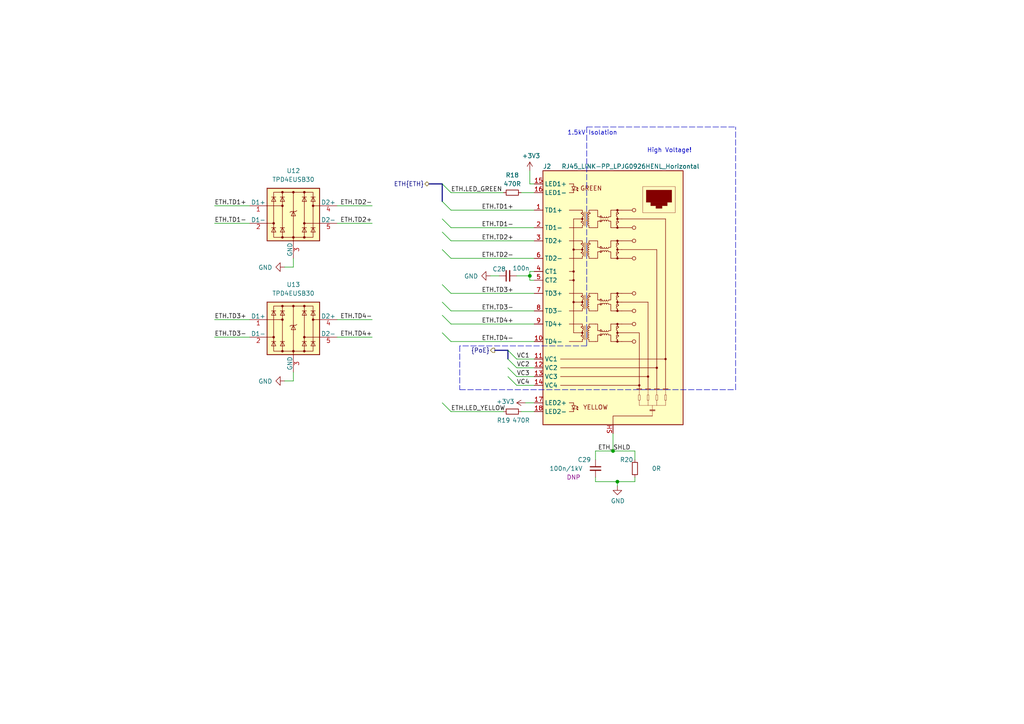
<source format=kicad_sch>
(kicad_sch (version 20210406) (generator eeschema)
  (paper "A4")
  (title_block (title "Ethernet") (date "2021-01-12") (rev "0.1") (company "Nabu Casa") (comment 1 "www.nabucasa.com") (comment 2 "Light Blue"))
  (lib_symbols
    (symbol "Device:C_Small" (pin_numbers hide) (pin_names (offset 0.254) hide)
      (property "Reference" "C" (at 0.254 1.778 0))
      (property "Value" "C_Small" (at 0.254 -2.032 0))
      (symbol "C_Small_0_1"
        (polyline (pts (xy -1.524 -0.508) (xy 1.524 -0.508)) (stroke (width 0.3302)))
        (polyline (pts (xy -1.524 0.508) (xy 1.524 0.508)) (stroke (width 0.3048)))
      )
      (symbol "C_Small_1_1"
        (pin passive line (at 0 2.54 270) (length 2.032) (name "~") (number "1"))
        (pin passive line (at 0 -2.54 90) (length 2.032) (name "~") (number "2"))
      )
    )
    (symbol "Device:R_Small" (pin_numbers hide) (pin_names (offset 0.254) hide)
      (property "Reference" "R" (at 0.762 0.508 0))
      (property "Value" "R_Small" (at 0.762 -1.016 0))
      (symbol "R_Small_0_1"
        (rectangle (start -0.762 1.778) (end 0.762 -1.778) (stroke (width 0.2032)))
      )
      (symbol "R_Small_1_1"
        (pin passive line (at 0 2.54 270) (length 0.762) (name "~") (number "1"))
        (pin passive line (at 0 -2.54 90) (length 0.762) (name "~") (number "2"))
      )
    )
    (symbol "LightBlue:RJ45_LINK-PP_LPJG0926HENL_Horizontal"
      (property "Reference" "J" (at -20.32 38.1 0))
      (property "Value" "RJ45_LINK-PP_LPJG0926HENL_Horizontal" (at 5.08 38.1 0))
      (symbol "RJ45_LINK-PP_LPJG0926HENL_Horizontal_0_0"
        (text "GREEN" (at -6.35 31.75 0) (effects (font (size 1.27 1.27))))
        (text "YELLOW" (at -5.08 -31.75 0) (effects (font (size 1.27 1.27))))
        (rectangle (start 7.366 -28.194) (end 7.874 -29.718) (stroke (width 0.0006)))
        (rectangle (start 8.636 32.258) (end 18.034 24.638) (stroke (width 0.0006)))
        (rectangle (start 9.906 -28.194) (end 10.414 -29.718) (stroke (width 0.0006)))
        (rectangle (start 12.446 -28.194) (end 12.954 -29.718) (stroke (width 0.0006)))
        (rectangle (start 14.986 -28.194) (end 15.494 -29.718) (stroke (width 0.0006)))
        (rectangle (start 9.652 31.242) (end 17.018 27.686) (stroke (width 0.0006)) (fill (type outline)))
        (rectangle (start 10.922 27.686) (end 15.748 26.67) (stroke (width 0.0006)) (fill (type outline)))
        (rectangle (start 12.446 26.67) (end 14.224 25.908) (stroke (width 0.0006)) (fill (type outline)))
        (polyline (pts (xy 7.62 -31.242) (xy 15.24 -31.242)) (stroke (width 0.0006)))
        (polyline (pts (xy 7.62 -29.718) (xy 7.62 -31.242)) (stroke (width 0.0006)))
        (polyline (pts (xy 7.62 -26.67) (xy 7.62 -28.194)) (stroke (width 0.0006)))
        (polyline (pts (xy 10.16 -29.718) (xy 10.16 -31.242)) (stroke (width 0.0006)))
        (polyline (pts (xy 10.16 -26.67) (xy 10.16 -28.194)) (stroke (width 0.0006)))
        (polyline (pts (xy 11.43 -34.29) (xy 11.43 -32.766)) (stroke (width 0.0006)))
        (polyline (pts (xy 11.43 -32.512) (xy 11.43 -31.242)) (stroke (width 0.0006)))
        (polyline (pts (xy 12.7 -29.718) (xy 12.7 -31.242)) (stroke (width 0.0006)))
        (polyline (pts (xy 12.7 -26.67) (xy 12.7 -28.194)) (stroke (width 0.0006)))
        (polyline (pts (xy 15.24 -29.718) (xy 15.24 -31.242)) (stroke (width 0.0006)))
        (polyline (pts (xy 15.24 -26.67) (xy 15.24 -28.194)) (stroke (width 0.0006)))
      )
      (symbol "RJ45_LINK-PP_LPJG0926HENL_Horizontal_0_1"
        (arc (start -8.89 -12.065) (end -8.89 -11.43) (radius (at -8.89 -11.7602) (length 0.3048) (angles -89.9 89.9)))
        (arc (start -8.89 -11.43) (end -8.89 -10.795) (radius (at -8.89 -11.1252) (length 0.3048) (angles -89.9 89.9)))
        (arc (start -8.89 -9.525) (end -8.89 -8.89) (radius (at -8.89 -9.2202) (length 0.3048) (angles -89.9 89.9)))
        (arc (start -8.89 -8.89) (end -8.89 -8.255) (radius (at -8.89 -8.5852) (length 0.3048) (angles -89.9 89.9)))
        (arc (start -8.89 -3.175) (end -8.89 -2.54) (radius (at -8.89 -2.8702) (length 0.3048) (angles -89.9 89.9)))
        (arc (start -8.89 -2.54) (end -8.89 -1.905) (radius (at -8.89 -2.2352) (length 0.3048) (angles -89.9 89.9)))
        (arc (start -8.89 -0.635) (end -8.89 0) (radius (at -8.89 -0.3302) (length 0.3048) (angles -89.9 89.9)))
        (arc (start -8.89 0) (end -8.89 0.635) (radius (at -8.89 0.3048) (length 0.3048) (angles -89.9 89.9)))
        (arc (start -8.89 12.065) (end -8.89 12.7) (radius (at -8.89 12.3698) (length 0.3048) (angles -89.9 89.9)))
        (arc (start -8.89 12.7) (end -8.89 13.335) (radius (at -8.89 13.0048) (length 0.3048) (angles -89.9 89.9)))
        (arc (start -8.89 14.605) (end -8.89 15.24) (radius (at -8.89 14.9098) (length 0.3048) (angles -89.9 89.9)))
        (arc (start -8.89 15.24) (end -8.89 15.875) (radius (at -8.89 15.5448) (length 0.3048) (angles -89.9 89.9)))
        (arc (start -8.89 20.955) (end -8.89 21.59) (radius (at -8.89 21.2598) (length 0.3048) (angles -89.9 89.9)))
        (arc (start -8.89 21.59) (end -8.89 22.225) (radius (at -8.89 21.8948) (length 0.3048) (angles -89.9 89.9)))
        (arc (start -8.89 23.495) (end -8.89 24.13) (radius (at -8.89 23.7998) (length 0.3048) (angles -89.9 89.9)))
        (arc (start -8.89 24.13) (end -8.89 24.765) (radius (at -8.89 24.4348) (length 0.3048) (angles -89.9 89.9)))
        (arc (start -6.985 -11.43) (end -6.985 -12.065) (radius (at -6.985 -11.7348) (length 0.3048) (angles 90.1 -90.1)))
        (arc (start -6.985 -10.795) (end -6.985 -11.43) (radius (at -6.985 -11.0998) (length 0.3048) (angles 90.1 -90.1)))
        (arc (start -6.985 -10.16) (end -6.985 -10.795) (radius (at -6.985 -10.4648) (length 0.3048) (angles 90.1 -90.1)))
        (arc (start -6.985 -9.525) (end -6.985 -10.16) (radius (at -6.985 -9.8298) (length 0.3048) (angles 90.1 -90.1)))
        (arc (start -6.985 -8.89) (end -6.985 -9.525) (radius (at -6.985 -9.1948) (length 0.3048) (angles 90.1 -90.1)))
        (arc (start -6.985 -8.255) (end -6.985 -8.89) (radius (at -6.985 -8.5598) (length 0.3048) (angles 90.1 -90.1)))
        (arc (start -6.985 -2.54) (end -6.985 -3.175) (radius (at -6.985 -2.8448) (length 0.3048) (angles 90.1 -90.1)))
        (arc (start -6.985 -1.905) (end -6.985 -2.54) (radius (at -6.985 -2.2098) (length 0.3048) (angles 90.1 -90.1)))
        (arc (start -6.985 -1.27) (end -6.985 -1.905) (radius (at -6.985 -1.5748) (length 0.3048) (angles 90.1 -90.1)))
        (arc (start -6.985 -0.635) (end -6.985 -1.27) (radius (at -6.985 -0.9398) (length 0.3048) (angles 90.1 -90.1)))
        (arc (start -6.985 0) (end -6.985 -0.635) (radius (at -6.985 -0.3048) (length 0.3048) (angles 90.1 -90.1)))
        (arc (start -6.985 0.635) (end -6.985 0) (radius (at -6.985 0.3302) (length 0.3048) (angles 90.1 -90.1)))
        (arc (start -6.985 12.7) (end -6.985 12.065) (radius (at -6.985 12.3952) (length 0.3048) (angles 90.1 -90.1)))
        (arc (start -6.985 13.335) (end -6.985 12.7) (radius (at -6.985 13.0302) (length 0.3048) (angles 90.1 -90.1)))
        (arc (start -6.985 13.97) (end -6.985 13.335) (radius (at -6.985 13.6652) (length 0.3048) (angles 90.1 -90.1)))
        (arc (start -6.985 14.605) (end -6.985 13.97) (radius (at -6.985 14.3002) (length 0.3048) (angles 90.1 -90.1)))
        (arc (start -6.985 15.24) (end -6.985 14.605) (radius (at -6.985 14.9352) (length 0.3048) (angles 90.1 -90.1)))
        (arc (start -6.985 15.875) (end -6.985 15.24) (radius (at -6.985 15.5702) (length 0.3048) (angles 90.1 -90.1)))
        (arc (start -6.985 21.59) (end -6.985 20.955) (radius (at -6.985 21.2852) (length 0.3048) (angles 90.1 -90.1)))
        (arc (start -6.985 22.225) (end -6.985 21.59) (radius (at -6.985 21.9202) (length 0.3048) (angles 90.1 -90.1)))
        (arc (start -6.985 22.86) (end -6.985 22.225) (radius (at -6.985 22.5552) (length 0.3048) (angles 90.1 -90.1)))
        (arc (start -6.985 23.495) (end -6.985 22.86) (radius (at -6.985 23.1902) (length 0.3048) (angles 90.1 -90.1)))
        (arc (start -6.985 24.13) (end -6.985 23.495) (radius (at -6.985 23.8252) (length 0.3048) (angles 90.1 -90.1)))
        (arc (start -6.985 24.765) (end -6.985 24.13) (radius (at -6.985 24.4602) (length 0.3048) (angles 90.1 -90.1)))
        (arc (start -3.81 -9.525) (end -3.175 -9.525) (radius (at -3.5052 -9.525) (length 0.3048) (angles -179.9 -0.1)))
        (arc (start -3.81 -0.635) (end -3.175 -0.635) (radius (at -3.5052 -0.635) (length 0.3048) (angles -179.9 -0.1)))
        (arc (start -3.81 14.605) (end -3.175 14.605) (radius (at -3.5052 14.605) (length 0.3048) (angles -179.9 -0.1)))
        (arc (start -3.81 23.495) (end -3.175 23.495) (radius (at -3.5052 23.495) (length 0.3048) (angles -179.9 -0.1)))
        (arc (start -3.175 -10.795) (end -3.81 -10.795) (radius (at -3.4798 -10.795) (length 0.3048) (angles 0.1 179.9)))
        (arc (start -3.175 -1.905) (end -3.81 -1.905) (radius (at -3.4798 -1.905) (length 0.3048) (angles 0.1 179.9)))
        (arc (start -3.175 13.335) (end -3.81 13.335) (radius (at -3.4798 13.335) (length 0.3048) (angles 0.1 179.9)))
        (arc (start -3.175 22.225) (end -3.81 22.225) (radius (at -3.4798 22.225) (length 0.3048) (angles 0.1 179.9)))
        (arc (start -3.175 -9.525) (end -2.54 -9.525) (radius (at -2.8702 -9.525) (length 0.3048) (angles -179.9 -0.1)))
        (arc (start -3.175 -0.635) (end -2.54 -0.635) (radius (at -2.8702 -0.635) (length 0.3048) (angles -179.9 -0.1)))
        (arc (start -3.175 14.605) (end -2.54 14.605) (radius (at -2.8702 14.605) (length 0.3048) (angles -179.9 -0.1)))
        (arc (start -3.175 23.495) (end -2.54 23.495) (radius (at -2.8702 23.495) (length 0.3048) (angles -179.9 -0.1)))
        (arc (start -2.54 -10.795) (end -3.175 -10.795) (radius (at -2.8448 -10.795) (length 0.3048) (angles 0.1 179.9)))
        (arc (start -2.54 -1.905) (end -3.175 -1.905) (radius (at -2.8448 -1.905) (length 0.3048) (angles 0.1 179.9)))
        (arc (start -2.54 13.335) (end -3.175 13.335) (radius (at -2.8448 13.335) (length 0.3048) (angles 0.1 179.9)))
        (arc (start -2.54 22.225) (end -3.175 22.225) (radius (at -2.8448 22.225) (length 0.3048) (angles 0.1 179.9)))
        (arc (start -2.54 -9.525) (end -1.905 -9.525) (radius (at -2.2352 -9.525) (length 0.3048) (angles -179.9 -0.1)))
        (arc (start -2.54 -0.635) (end -1.905 -0.635) (radius (at -2.2352 -0.635) (length 0.3048) (angles -179.9 -0.1)))
        (arc (start -2.54 14.605) (end -1.905 14.605) (radius (at -2.2352 14.605) (length 0.3048) (angles -179.9 -0.1)))
        (arc (start -2.54 23.495) (end -1.905 23.495) (radius (at -2.2352 23.495) (length 0.3048) (angles -179.9 -0.1)))
        (arc (start -1.905 -10.795) (end -2.54 -10.795) (radius (at -2.2098 -10.795) (length 0.3048) (angles 0.1 179.9)))
        (arc (start -1.905 -1.905) (end -2.54 -1.905) (radius (at -2.2098 -1.905) (length 0.3048) (angles 0.1 179.9)))
        (arc (start -1.905 13.335) (end -2.54 13.335) (radius (at -2.2098 13.335) (length 0.3048) (angles 0.1 179.9)))
        (arc (start -1.905 22.225) (end -2.54 22.225) (radius (at -2.2098 22.225) (length 0.3048) (angles 0.1 179.9)))
        (arc (start -1.905 -9.525) (end -1.27 -9.525) (radius (at -1.6002 -9.525) (length 0.3048) (angles -179.9 -0.1)))
        (arc (start -1.905 -0.635) (end -1.27 -0.635) (radius (at -1.6002 -0.635) (length 0.3048) (angles -179.9 -0.1)))
        (arc (start -1.905 14.605) (end -1.27 14.605) (radius (at -1.6002 14.605) (length 0.3048) (angles -179.9 -0.1)))
        (arc (start -1.905 23.495) (end -1.27 23.495) (radius (at -1.6002 23.495) (length 0.3048) (angles -179.9 -0.1)))
        (arc (start -1.27 -10.795) (end -1.905 -10.795) (radius (at -1.5748 -10.795) (length 0.3048) (angles 0.1 179.9)))
        (arc (start -1.27 -1.905) (end -1.905 -1.905) (radius (at -1.5748 -1.905) (length 0.3048) (angles 0.1 179.9)))
        (arc (start -1.27 13.335) (end -1.905 13.335) (radius (at -1.5748 13.335) (length 0.3048) (angles 0.1 179.9)))
        (arc (start -1.27 22.225) (end -1.905 22.225) (radius (at -1.5748 22.225) (length 0.3048) (angles 0.1 179.9)))
        (arc (start 1.27 -11.43) (end 1.27 -12.065) (radius (at 1.27 -11.7602) (length 0.3048) (angles 90.1 -90.1)))
        (arc (start 1.27 -10.795) (end 1.27 -11.43) (radius (at 1.27 -11.1252) (length 0.3048) (angles 90.1 -90.1)))
        (arc (start 1.27 -8.89) (end 1.27 -9.525) (radius (at 1.27 -9.2202) (length 0.3048) (angles 90.1 -90.1)))
        (arc (start 1.27 -8.255) (end 1.27 -8.89) (radius (at 1.27 -8.5852) (length 0.3048) (angles 90.1 -90.1)))
        (arc (start 1.27 -2.54) (end 1.27 -3.175) (radius (at 1.27 -2.8702) (length 0.3048) (angles 90.1 -90.1)))
        (arc (start 1.27 -1.905) (end 1.27 -2.54) (radius (at 1.27 -2.2352) (length 0.3048) (angles 90.1 -90.1)))
        (arc (start 1.27 0) (end 1.27 -0.635) (radius (at 1.27 -0.3302) (length 0.3048) (angles 90.1 -90.1)))
        (arc (start 1.27 0.635) (end 1.27 0) (radius (at 1.27 0.3048) (length 0.3048) (angles 90.1 -90.1)))
        (arc (start 1.27 12.7) (end 1.27 12.065) (radius (at 1.27 12.3698) (length 0.3048) (angles 90.1 -90.1)))
        (arc (start 1.27 13.335) (end 1.27 12.7) (radius (at 1.27 13.0048) (length 0.3048) (angles 90.1 -90.1)))
        (arc (start 1.27 15.24) (end 1.27 14.605) (radius (at 1.27 14.9098) (length 0.3048) (angles 90.1 -90.1)))
        (arc (start 1.27 15.875) (end 1.27 15.24) (radius (at 1.27 15.5448) (length 0.3048) (angles 90.1 -90.1)))
        (arc (start 1.27 21.59) (end 1.27 20.955) (radius (at 1.27 21.2598) (length 0.3048) (angles 90.1 -90.1)))
        (arc (start 1.27 22.225) (end 1.27 21.59) (radius (at 1.27 21.8948) (length 0.3048) (angles 90.1 -90.1)))
        (arc (start 1.27 24.13) (end 1.27 23.495) (radius (at 1.27 23.7998) (length 0.3048) (angles 90.1 -90.1)))
        (arc (start 1.27 24.765) (end 1.27 24.13) (radius (at 1.27 24.4348) (length 0.3048) (angles 90.1 -90.1)))
        (circle (center 6.096 -12.7) (radius 0.508))
        (circle (center 6.096 -7.62) (radius 0.508))
        (circle (center 6.096 -3.81) (radius 0.508))
        (circle (center 6.096 1.27) (radius 0.508))
        (circle (center 6.096 11.43) (radius 0.508))
        (circle (center 6.096 16.51) (radius 0.508))
        (circle (center 6.096 20.32) (radius 0.508))
        (circle (center 6.096 25.4) (radius 0.508))
        (circle (center -11.43 -1.27) (radius 0.254) (fill (type outline)))
        (circle (center -11.43 5.08) (radius 0.254) (fill (type outline)))
        (circle (center -11.43 7.62) (radius 0.254) (fill (type outline)))
        (circle (center -11.43 13.97) (radius 0.254) (fill (type outline)))
        (circle (center -9.144 -11.049) (radius 0.127) (fill (type outline)))
        (circle (center -9.144 -8.509) (radius 0.127) (fill (type outline)))
        (circle (center -9.144 -2.159) (radius 0.127) (fill (type outline)))
        (circle (center -9.144 0.381) (radius 0.127) (fill (type outline)))
        (circle (center -9.144 13.081) (radius 0.127) (fill (type outline)))
        (circle (center -9.144 15.621) (radius 0.127) (fill (type outline)))
        (circle (center -9.144 21.971) (radius 0.127) (fill (type outline)))
        (circle (center -9.144 24.511) (radius 0.127) (fill (type outline)))
        (circle (center -8.89 -10.16) (radius 0.254) (fill (type outline)))
        (circle (center -8.89 -1.27) (radius 0.254) (fill (type outline)))
        (circle (center -8.89 13.97) (radius 0.254) (fill (type outline)))
        (circle (center -8.89 22.86) (radius 0.254) (fill (type outline)))
        (circle (center -6.731 -8.509) (radius 0.127) (fill (type outline)))
        (circle (center -6.731 0.381) (radius 0.127) (fill (type outline)))
        (circle (center -6.731 15.621) (radius 0.127) (fill (type outline)))
        (circle (center -6.731 24.511) (radius 0.127) (fill (type outline)))
        (circle (center -3.5306 -10.8966) (radius 0.127) (fill (type outline)))
        (circle (center -3.5306 -9.3726) (radius 0.127) (fill (type outline)))
        (circle (center -3.5306 -2.0066) (radius 0.127) (fill (type outline)))
        (circle (center -3.5306 -0.4826) (radius 0.127) (fill (type outline)))
        (circle (center -3.5306 13.2334) (radius 0.127) (fill (type outline)))
        (circle (center -3.5306 14.7574) (radius 0.127) (fill (type outline)))
        (circle (center -3.5306 22.1234) (radius 0.127) (fill (type outline)))
        (circle (center -3.5306 23.6474) (radius 0.127) (fill (type outline)))
        (circle (center 1.27 -12.7) (radius 0.254) (fill (type outline)))
        (circle (center 1.27 -10.16) (radius 0.254) (fill (type outline)))
        (circle (center 1.27 -7.62) (radius 0.254) (fill (type outline)))
        (circle (center 1.27 -3.81) (radius 0.254) (fill (type outline)))
        (circle (center 1.27 -1.27) (radius 0.254) (fill (type outline)))
        (circle (center 1.27 1.27) (radius 0.254) (fill (type outline)))
        (circle (center 1.27 11.43) (radius 0.254) (fill (type outline)))
        (circle (center 1.27 13.97) (radius 0.254) (fill (type outline)))
        (circle (center 1.27 16.51) (radius 0.254) (fill (type outline)))
        (circle (center 1.27 20.32) (radius 0.254) (fill (type outline)))
        (circle (center 1.27 22.86) (radius 0.254) (fill (type outline)))
        (circle (center 1.27 25.4) (radius 0.254) (fill (type outline)))
        (circle (center 1.524 -11.049) (radius 0.127) (fill (type outline)))
        (circle (center 1.524 -8.509) (radius 0.127) (fill (type outline)))
        (circle (center 1.524 -2.159) (radius 0.127) (fill (type outline)))
        (circle (center 1.524 0.381) (radius 0.127) (fill (type outline)))
        (circle (center 1.524 13.081) (radius 0.127) (fill (type outline)))
        (circle (center 1.524 15.621) (radius 0.127) (fill (type outline)))
        (circle (center 1.524 21.971) (radius 0.127) (fill (type outline)))
        (circle (center 1.524 24.511) (radius 0.127) (fill (type outline)))
        (circle (center 7.62 -25.4) (radius 0.254) (fill (type outline)))
        (circle (center 10.16 -22.86) (radius 0.254) (fill (type outline)))
        (circle (center 12.7 -20.32) (radius 0.254) (fill (type outline)))
        (circle (center 15.24 -17.78) (radius 0.254) (fill (type outline)))
        (rectangle (start -20.32 36.83) (end 20.32 -36.83) (stroke (width 0.254)) (fill (type background)))
        (polyline (pts (xy -15.24 -25.4) (xy 7.62 -25.4)))
        (polyline (pts (xy -15.24 -22.86) (xy 10.16 -22.86)))
        (polyline (pts (xy -15.24 -20.32) (xy 12.7 -20.32)))
        (polyline (pts (xy -15.24 -17.78) (xy 15.24 -17.78)))
        (polyline (pts (xy -12.7 -12.7) (xy -8.89 -12.7)))
        (polyline (pts (xy -12.7 -7.62) (xy -8.89 -7.62)))
        (polyline (pts (xy -12.7 -3.81) (xy -8.89 -3.81)))
        (polyline (pts (xy -12.7 1.27) (xy -8.89 1.27)))
        (polyline (pts (xy -12.7 5.08) (xy -11.43 5.08)))
        (polyline (pts (xy -12.7 7.62) (xy -11.43 7.62)))
        (polyline (pts (xy -12.7 11.43) (xy -8.89 11.43)))
        (polyline (pts (xy -12.7 16.51) (xy -8.89 16.51)))
        (polyline (pts (xy -12.7 20.32) (xy -8.89 20.32)))
        (polyline (pts (xy -12.7 25.4) (xy -8.89 25.4)))
        (polyline (pts (xy -11.43 -10.16) (xy -11.43 22.86)))
        (polyline (pts (xy -11.43 -10.16) (xy -8.89 -10.16)))
        (polyline (pts (xy -11.43 -1.27) (xy -8.89 -1.27)))
        (polyline (pts (xy -11.43 13.97) (xy -8.89 13.97)))
        (polyline (pts (xy -11.43 22.86) (xy -8.89 22.86)))
        (polyline (pts (xy -8.89 -12.7) (xy -8.89 -12.065)))
        (polyline (pts (xy -8.89 -10.16) (xy -8.89 -10.795)))
        (polyline (pts (xy -8.89 -10.16) (xy -8.89 -9.525)))
        (polyline (pts (xy -8.89 -7.62) (xy -8.89 -8.255)))
        (polyline (pts (xy -8.89 -3.81) (xy -8.89 -3.175)))
        (polyline (pts (xy -8.89 -1.27) (xy -8.89 -1.905)))
        (polyline (pts (xy -8.89 -1.27) (xy -8.89 -0.635)))
        (polyline (pts (xy -8.89 1.27) (xy -8.89 0.635)))
        (polyline (pts (xy -8.89 11.43) (xy -8.89 12.065)))
        (polyline (pts (xy -8.89 13.97) (xy -8.89 13.335)))
        (polyline (pts (xy -8.89 13.97) (xy -8.89 14.605)))
        (polyline (pts (xy -8.89 16.51) (xy -8.89 15.875)))
        (polyline (pts (xy -8.89 20.32) (xy -8.89 20.955)))
        (polyline (pts (xy -8.89 22.86) (xy -8.89 22.225)))
        (polyline (pts (xy -8.89 22.86) (xy -8.89 23.495)))
        (polyline (pts (xy -8.89 25.4) (xy -8.89 24.765)))
        (polyline (pts (xy -8.128 -12.192) (xy -8.128 -8.128)))
        (polyline (pts (xy -8.128 -3.302) (xy -8.128 0.762)))
        (polyline (pts (xy -8.128 11.938) (xy -8.128 16.002)))
        (polyline (pts (xy -8.128 20.828) (xy -8.128 24.892)))
        (polyline (pts (xy -7.62 -12.192) (xy -7.62 -8.128)))
        (polyline (pts (xy -7.62 -3.302) (xy -7.62 0.762)))
        (polyline (pts (xy -7.62 11.938) (xy -7.62 16.002)))
        (polyline (pts (xy -7.62 20.828) (xy -7.62 24.892)))
        (polyline (pts (xy -4.445 -9.525) (xy -3.81 -9.525)))
        (polyline (pts (xy -4.445 -0.635) (xy -3.81 -0.635)))
        (polyline (pts (xy -4.445 14.605) (xy -3.81 14.605)))
        (polyline (pts (xy -4.445 23.495) (xy -3.81 23.495)))
        (polyline (pts (xy -0.635 -12.7) (xy 0.635 -12.7)))
        (polyline (pts (xy -0.635 -7.62) (xy 0.635 -7.62)))
        (polyline (pts (xy -0.635 -3.81) (xy 0.635 -3.81)))
        (polyline (pts (xy -0.635 1.27) (xy 0.635 1.27)))
        (polyline (pts (xy -0.635 11.43) (xy 0.635 11.43)))
        (polyline (pts (xy -0.635 16.51) (xy 0.635 16.51)))
        (polyline (pts (xy -0.635 20.32) (xy 0.635 20.32)))
        (polyline (pts (xy -0.635 25.4) (xy 0.635 25.4)))
        (polyline (pts (xy 1.27 -12.7) (xy 1.27 -12.065)))
        (polyline (pts (xy 1.27 -10.16) (xy 1.27 -10.795)))
        (polyline (pts (xy 1.27 -10.16) (xy 1.27 -9.525)))
        (polyline (pts (xy 1.27 -7.62) (xy 1.27 -8.255)))
        (polyline (pts (xy 1.27 -3.81) (xy 1.27 -3.175)))
        (polyline (pts (xy 1.27 -1.27) (xy 1.27 -1.905)))
        (polyline (pts (xy 1.27 -1.27) (xy 1.27 -0.635)))
        (polyline (pts (xy 1.27 1.27) (xy 1.27 0.635)))
        (polyline (pts (xy 1.27 11.43) (xy 1.27 12.065)))
        (polyline (pts (xy 1.27 13.97) (xy 1.27 13.335)))
        (polyline (pts (xy 1.27 13.97) (xy 1.27 14.605)))
        (polyline (pts (xy 1.27 16.51) (xy 1.27 15.875)))
        (polyline (pts (xy 1.27 20.32) (xy 1.27 20.955)))
        (polyline (pts (xy 1.27 22.86) (xy 1.27 22.225)))
        (polyline (pts (xy 1.27 22.86) (xy 1.27 23.495)))
        (polyline (pts (xy 1.27 25.4) (xy 1.27 24.765)))
        (polyline (pts (xy 2.54 -12.7) (xy 1.27 -12.7)))
        (polyline (pts (xy 2.54 -12.7) (xy 5.588 -12.7)))
        (polyline (pts (xy 2.54 -10.16) (xy 1.27 -10.16)))
        (polyline (pts (xy 2.54 -10.16) (xy 7.62 -10.16)))
        (polyline (pts (xy 2.54 -7.62) (xy 1.27 -7.62)))
        (polyline (pts (xy 2.54 -7.62) (xy 5.588 -7.62)))
        (polyline (pts (xy 2.54 -3.81) (xy 1.27 -3.81)))
        (polyline (pts (xy 2.54 -3.81) (xy 5.588 -3.81)))
        (polyline (pts (xy 2.54 -1.27) (xy 1.27 -1.27)))
        (polyline (pts (xy 2.54 -1.27) (xy 10.16 -1.27)))
        (polyline (pts (xy 2.54 1.27) (xy 1.27 1.27)))
        (polyline (pts (xy 2.54 1.27) (xy 5.588 1.27)))
        (polyline (pts (xy 2.54 11.43) (xy 1.27 11.43)))
        (polyline (pts (xy 2.54 11.43) (xy 5.588 11.43)))
        (polyline (pts (xy 2.54 13.97) (xy 1.27 13.97)))
        (polyline (pts (xy 2.54 13.97) (xy 12.7 13.97)))
        (polyline (pts (xy 2.54 16.51) (xy 1.27 16.51)))
        (polyline (pts (xy 2.54 16.51) (xy 5.588 16.51)))
        (polyline (pts (xy 2.54 20.32) (xy 1.27 20.32)))
        (polyline (pts (xy 2.54 20.32) (xy 5.588 20.32)))
        (polyline (pts (xy 2.54 22.86) (xy 1.27 22.86)))
        (polyline (pts (xy 2.54 25.4) (xy 1.27 25.4)))
        (polyline (pts (xy 2.54 25.4) (xy 5.588 25.4)))
        (polyline (pts (xy 7.62 -26.416) (xy 7.62 -10.16)))
        (polyline (pts (xy 8.382 -26.67) (xy 6.858 -26.67)))
        (polyline (pts (xy 8.382 -26.416) (xy 6.858 -26.416)))
        (polyline (pts (xy 10.16 -26.416) (xy 10.16 -1.27)))
        (polyline (pts (xy 10.922 -26.67) (xy 9.398 -26.67)))
        (polyline (pts (xy 10.922 -26.416) (xy 9.398 -26.416)))
        (polyline (pts (xy 12.192 -32.766) (xy 10.668 -32.766)))
        (polyline (pts (xy 12.192 -32.512) (xy 10.668 -32.512)))
        (polyline (pts (xy 12.7 -26.416) (xy 12.7 13.97)))
        (polyline (pts (xy 13.462 -26.67) (xy 11.938 -26.67)))
        (polyline (pts (xy 13.462 -26.416) (xy 11.938 -26.416)))
        (polyline (pts (xy 15.24 -26.416) (xy 15.24 22.86)))
        (polyline (pts (xy 15.24 22.86) (xy 2.54 22.86)))
        (polyline (pts (xy 16.002 -26.67) (xy 14.478 -26.67)))
        (polyline (pts (xy 16.002 -26.416) (xy 14.478 -26.416)))
        (polyline (pts (xy -6.985 -12.065) (xy -6.985 -12.7) (xy -5.08 -12.7)))
        (polyline (pts (xy -6.985 -8.255) (xy -6.985 -7.62) (xy -5.08 -7.62)))
        (polyline (pts (xy -6.985 -3.175) (xy -6.985 -3.81) (xy -5.08 -3.81)))
        (polyline (pts (xy -6.985 0.635) (xy -6.985 1.27) (xy -5.08 1.27)))
        (polyline (pts (xy -6.985 12.065) (xy -6.985 11.43) (xy -5.08 11.43)))
        (polyline (pts (xy -6.985 15.875) (xy -6.985 16.51) (xy -5.08 16.51)))
        (polyline (pts (xy -6.985 20.955) (xy -6.985 20.32) (xy -5.08 20.32)))
        (polyline (pts (xy -6.985 24.765) (xy -6.985 25.4) (xy -5.08 25.4)))
        (polyline (pts (xy -5.08 -7.62) (xy -4.445 -7.62) (xy -4.445 -9.525)))
        (polyline (pts (xy -5.08 1.27) (xy -4.445 1.27) (xy -4.445 -0.635)))
        (polyline (pts (xy -5.08 16.51) (xy -4.445 16.51) (xy -4.445 14.605)))
        (polyline (pts (xy -5.08 25.4) (xy -4.445 25.4) (xy -4.445 23.495)))
        (polyline (pts (xy -1.27 -10.795) (xy -0.635 -10.795) (xy -0.635 -12.7)))
        (polyline (pts (xy -1.27 -9.525) (xy -0.635 -9.525) (xy -0.635 -7.62)))
        (polyline (pts (xy -1.27 -1.905) (xy -0.635 -1.905) (xy -0.635 -3.81)))
        (polyline (pts (xy -1.27 -0.635) (xy -0.635 -0.635) (xy -0.635 1.27)))
        (polyline (pts (xy -1.27 13.335) (xy -0.635 13.335) (xy -0.635 11.43)))
        (polyline (pts (xy -1.27 14.605) (xy -0.635 14.605) (xy -0.635 16.51)))
        (polyline (pts (xy -1.27 22.225) (xy -0.635 22.225) (xy -0.635 20.32)))
        (polyline (pts (xy -1.27 23.495) (xy -0.635 23.495) (xy -0.635 25.4)))
        (polyline (pts (xy 0.635 -12.7) (xy 1.27 -12.7) (xy 1.27 -12.065)))
        (polyline (pts (xy 0.635 -7.62) (xy 1.27 -7.62) (xy 1.27 -8.255)))
        (polyline (pts (xy 0.635 -3.81) (xy 1.27 -3.81) (xy 1.27 -3.175)))
        (polyline (pts (xy 0.635 1.27) (xy 1.27 1.27) (xy 1.27 0.635)))
        (polyline (pts (xy 0.635 11.43) (xy 1.27 11.43) (xy 1.27 12.065)))
        (polyline (pts (xy 0.635 16.51) (xy 1.27 16.51) (xy 1.27 15.875)))
        (polyline (pts (xy 0.635 20.32) (xy 1.27 20.32) (xy 1.27 20.955)))
        (polyline (pts (xy 0.635 25.4) (xy 1.27 25.4) (xy 1.27 24.765)))
        (polyline (pts (xy 11.43 -34.29) (xy 0 -34.29) (xy 0 -36.83)))
        (polyline (pts (xy -5.08 -12.7) (xy -4.445 -12.7) (xy -4.445 -10.795) (xy -3.81 -10.795)))
        (polyline (pts (xy -5.08 -3.81) (xy -4.445 -3.81) (xy -4.445 -1.905) (xy -3.81 -1.905)))
        (polyline (pts (xy -5.08 11.43) (xy -4.445 11.43) (xy -4.445 13.335) (xy -3.81 13.335)))
        (polyline (pts (xy -5.08 20.32) (xy -4.445 20.32) (xy -4.445 22.225) (xy -3.81 22.225)))
      )
      (symbol "RJ45_LINK-PP_LPJG0926HENL_Horizontal_1_1"
        (polyline (pts (xy -12.7 -33.02) (xy -11.43 -33.02)))
        (polyline (pts (xy -12.7 -30.48) (xy -11.43 -30.48)))
        (polyline (pts (xy -12.7 30.48) (xy -11.43 30.48)))
        (polyline (pts (xy -12.7 33.02) (xy -11.43 33.02)))
        (polyline (pts (xy -11.938 -32.258) (xy -10.922 -32.258)))
        (polyline (pts (xy -11.938 31.242) (xy -10.922 31.242)))
        (polyline (pts (xy -11.43 -33.02) (xy -11.43 -32.258)))
        (polyline (pts (xy -11.43 -30.48) (xy -11.43 -31.242)))
        (polyline (pts (xy -11.43 30.48) (xy -11.43 31.242)))
        (polyline (pts (xy -11.43 33.02) (xy -11.43 32.258)))
        (polyline (pts (xy -10.16 -32.512) (xy -10.287 -32.131)))
        (polyline (pts (xy -10.16 -31.877) (xy -10.287 -31.496)))
        (polyline (pts (xy -10.16 30.988) (xy -10.287 31.369)))
        (polyline (pts (xy -10.16 31.623) (xy -10.287 32.004)))
        (polyline (pts (xy -10.668 -32.004) (xy -10.16 -32.512) (xy -10.541 -32.385)))
        (polyline (pts (xy -10.668 -31.369) (xy -10.16 -31.877) (xy -10.541 -31.75)))
        (polyline (pts (xy -10.668 31.496) (xy -10.16 30.988) (xy -10.541 31.115)))
        (polyline (pts (xy -10.668 32.131) (xy -10.16 31.623) (xy -10.541 31.75)))
        (polyline (pts (xy -11.43 -32.258) (xy -11.938 -31.242) (xy -10.922 -31.242) (xy -11.43 -32.258)))
        (polyline (pts (xy -11.43 31.242) (xy -11.938 32.258) (xy -10.922 32.258) (xy -11.43 31.242)))
        (pin passive line (at -22.86 25.4 0) (length 2.54) (name "TD1+") (number "1"))
        (pin passive line (at -22.86 -12.7 0) (length 2.54) (name "TD4-") (number "10"))
        (pin passive line (at -22.86 -17.78 0) (length 2.54) (name "VC1") (number "11"))
        (pin passive line (at -22.86 -20.32 0) (length 2.54) (name "VC2") (number "12"))
        (pin passive line (at -22.86 -22.86 0) (length 2.54) (name "VC3") (number "13"))
        (pin passive line (at -22.86 -25.4 0) (length 2.54) (name "VC4") (number "14"))
        (pin passive line (at -22.86 33.02 0) (length 2.54) (name "LED1+") (number "15"))
        (pin passive line (at -22.86 30.48 0) (length 2.54) (name "LED1-") (number "16"))
        (pin passive line (at -22.86 -30.48 0) (length 2.54) (name "LED2+") (number "17"))
        (pin passive line (at -22.86 -33.02 0) (length 2.54) (name "LED2-") (number "18"))
        (pin passive line (at -22.86 20.32 0) (length 2.54) (name "TD1-") (number "2"))
        (pin passive line (at -22.86 16.51 0) (length 2.54) (name "TD2+") (number "3"))
        (pin passive line (at -22.86 7.62 0) (length 2.54) (name "CT1") (number "4"))
        (pin passive line (at -22.86 5.08 0) (length 2.54) (name "CT2") (number "5"))
        (pin passive line (at -22.86 11.43 0) (length 2.54) (name "TD2-") (number "6"))
        (pin passive line (at -22.86 1.27 0) (length 2.54) (name "TD3+") (number "7"))
        (pin passive line (at -22.86 -3.81 0) (length 2.54) (name "TD3-") (number "8"))
        (pin passive line (at -22.86 -7.62 0) (length 2.54) (name "TD4+") (number "9"))
        (pin passive line (at 0 -39.37 90) (length 2.54) (name "~") (number "SH"))
      )
    )
    (symbol "LightBlue:TPD4EUSB30" (pin_names (offset 0))
      (property "Reference" "U" (at -0.635 8.89 0))
      (property "Value" "TPD4EUSB30" (at 8.89 -10.16 0))
      (symbol "TPD4EUSB30_0_0"
        (rectangle (start -5.715 6.477) (end 5.715 -6.604))
        (polyline (pts (xy -3.175 -6.604) (xy -3.175 6.477)))
        (polyline (pts (xy 0 6.477) (xy 0 -6.604)))
        (polyline (pts (xy 3.175 6.477) (xy 3.175 -6.604)))
      )
      (symbol "TPD4EUSB30_0_1"
        (circle (center -5.715 -2.54) (radius 0.2794) (fill (type outline)))
        (circle (center -3.175 -6.604) (radius 0.2794) (fill (type outline)))
        (circle (center -3.175 2.54) (radius 0.2794) (fill (type outline)))
        (circle (center -3.175 6.477) (radius 0.2794) (fill (type outline)))
        (circle (center 0 -6.604) (radius 0.2794) (fill (type outline)))
        (circle (center 0 6.477) (radius 0.2794) (fill (type outline)))
        (circle (center 3.175 -6.604) (radius 0.2794) (fill (type outline)))
        (circle (center 3.175 -2.54) (radius 0.2794) (fill (type outline)))
        (circle (center 3.175 6.477) (radius 0.2794) (fill (type outline)))
        (circle (center 5.715 2.54) (radius 0.2794) (fill (type outline)))
        (rectangle (start -7.62 7.62) (end 7.62 -7.62) (stroke (width 0.254)) (fill (type background)))
        (polyline (pts (xy -7.747 2.54) (xy -3.175 2.54)))
        (polyline (pts (xy -7.62 -2.54) (xy -5.715 -2.54)))
        (polyline (pts (xy -5.08 -3.81) (xy -6.35 -3.81)))
        (polyline (pts (xy -5.08 5.08) (xy -6.35 5.08)))
        (polyline (pts (xy -2.54 -3.81) (xy -3.81 -3.81)))
        (polyline (pts (xy -2.54 5.08) (xy -3.81 5.08)))
        (polyline (pts (xy -0.635 0.889) (xy -1.016 0.635)))
        (polyline (pts (xy 0 -6.604) (xy 0 -7.62)))
        (polyline (pts (xy 0.635 0.889) (xy -0.635 0.889)))
        (polyline (pts (xy 0.635 0.889) (xy 1.016 1.143)))
        (polyline (pts (xy 3.81 -3.81) (xy 2.54 -3.81)))
        (polyline (pts (xy 3.81 5.08) (xy 2.54 5.08)))
        (polyline (pts (xy 6.35 -3.81) (xy 5.08 -3.81)))
        (polyline (pts (xy 6.35 5.08) (xy 5.08 5.08)))
        (polyline (pts (xy 7.62 -2.54) (xy 3.175 -2.54)))
        (polyline (pts (xy 7.62 2.54) (xy 5.715 2.54)))
        (polyline (pts (xy -5.08 -5.08) (xy -6.35 -5.08) (xy -5.715 -3.81) (xy -5.08 -5.08)))
        (polyline (pts (xy -5.08 3.81) (xy -6.35 3.81) (xy -5.715 5.08) (xy -5.08 3.81)))
        (polyline (pts (xy -2.54 -5.08) (xy -3.81 -5.08) (xy -3.175 -3.81) (xy -2.54 -5.08)))
        (polyline (pts (xy -2.54 3.81) (xy -3.81 3.81) (xy -3.175 5.08) (xy -2.54 3.81)))
        (polyline (pts (xy 0.635 -0.381) (xy -0.635 -0.381) (xy 0 0.889) (xy 0.635 -0.381)))
        (polyline (pts (xy 3.81 -5.08) (xy 2.54 -5.08) (xy 3.175 -3.81) (xy 3.81 -5.08)))
        (polyline (pts (xy 3.81 3.81) (xy 2.54 3.81) (xy 3.175 5.08) (xy 3.81 3.81)))
        (polyline (pts (xy 6.35 -5.08) (xy 5.08 -5.08) (xy 5.715 -3.81) (xy 6.35 -5.08)))
        (polyline (pts (xy 6.35 3.81) (xy 5.08 3.81) (xy 5.715 5.08) (xy 6.35 3.81)))
      )
      (symbol "TPD4EUSB30_1_1"
        (pin passive line (at -12.7 2.54 0) (length 5.08) (name "D1+") (number "1"))
        (pin passive line (at -12.7 2.54 0) (length 5.08) hide (name "D1+") (number "10"))
        (pin passive line (at -12.7 -2.54 0) (length 5.08) (name "D1-") (number "2"))
        (pin power_in line (at 0 -12.7 90) (length 5.08) (name "GND") (number "3"))
        (pin passive line (at 12.7 2.54 180) (length 5.08) (name "D2+") (number "4"))
        (pin passive line (at 12.7 -2.54 180) (length 5.08) (name "D2-") (number "5"))
        (pin passive line (at 12.7 -2.54 180) (length 5.08) hide (name "D2-") (number "6"))
        (pin passive line (at 12.7 2.54 180) (length 5.08) hide (name "D2+") (number "7"))
        (pin passive line (at 0 -12.7 90) (length 5.08) hide (name "GND") (number "8"))
        (pin passive line (at -12.7 -2.54 0) (length 5.08) hide (name "D1-") (number "9"))
      )
    )
    (symbol "Power_Protection:TPD4EUSB30_1" (pin_names (offset 0))
      (property "Reference" "U" (at -0.635 8.89 0))
      (property "Value" "TPD4EUSB30" (at 8.89 -10.16 0))
      (symbol "TPD4EUSB30_1_0_0"
        (rectangle (start -5.715 6.477) (end 5.715 -6.604))
        (polyline (pts (xy -3.175 -6.604) (xy -3.175 6.477)))
        (polyline (pts (xy 0 6.477) (xy 0 -6.604)))
        (polyline (pts (xy 3.175 6.477) (xy 3.175 -6.604)))
      )
      (symbol "TPD4EUSB30_1_0_1"
        (circle (center -5.715 -2.54) (radius 0.2794) (fill (type outline)))
        (circle (center -3.175 -6.604) (radius 0.2794) (fill (type outline)))
        (circle (center -3.175 2.54) (radius 0.2794) (fill (type outline)))
        (circle (center -3.175 6.477) (radius 0.2794) (fill (type outline)))
        (circle (center 0 -6.604) (radius 0.2794) (fill (type outline)))
        (circle (center 0 6.477) (radius 0.2794) (fill (type outline)))
        (circle (center 3.175 -6.604) (radius 0.2794) (fill (type outline)))
        (circle (center 3.175 -2.54) (radius 0.2794) (fill (type outline)))
        (circle (center 3.175 6.477) (radius 0.2794) (fill (type outline)))
        (circle (center 5.715 2.54) (radius 0.2794) (fill (type outline)))
        (rectangle (start -7.62 7.62) (end 7.62 -7.62) (stroke (width 0.254)) (fill (type background)))
        (polyline (pts (xy -7.747 2.54) (xy -3.175 2.54)))
        (polyline (pts (xy -7.62 -2.54) (xy -5.715 -2.54)))
        (polyline (pts (xy -5.08 -3.81) (xy -6.35 -3.81)))
        (polyline (pts (xy -5.08 5.08) (xy -6.35 5.08)))
        (polyline (pts (xy -2.54 -3.81) (xy -3.81 -3.81)))
        (polyline (pts (xy -2.54 5.08) (xy -3.81 5.08)))
        (polyline (pts (xy -0.635 0.889) (xy -1.016 0.635)))
        (polyline (pts (xy 0 -6.604) (xy 0 -7.62)))
        (polyline (pts (xy 0.635 0.889) (xy -0.635 0.889)))
        (polyline (pts (xy 0.635 0.889) (xy 1.016 1.143)))
        (polyline (pts (xy 3.81 -3.81) (xy 2.54 -3.81)))
        (polyline (pts (xy 3.81 5.08) (xy 2.54 5.08)))
        (polyline (pts (xy 6.35 -3.81) (xy 5.08 -3.81)))
        (polyline (pts (xy 6.35 5.08) (xy 5.08 5.08)))
        (polyline (pts (xy 7.62 -2.54) (xy 3.175 -2.54)))
        (polyline (pts (xy 7.62 2.54) (xy 5.715 2.54)))
        (polyline (pts (xy -5.08 -5.08) (xy -6.35 -5.08) (xy -5.715 -3.81) (xy -5.08 -5.08)))
        (polyline (pts (xy -5.08 3.81) (xy -6.35 3.81) (xy -5.715 5.08) (xy -5.08 3.81)))
        (polyline (pts (xy -2.54 -5.08) (xy -3.81 -5.08) (xy -3.175 -3.81) (xy -2.54 -5.08)))
        (polyline (pts (xy -2.54 3.81) (xy -3.81 3.81) (xy -3.175 5.08) (xy -2.54 3.81)))
        (polyline (pts (xy 0.635 -0.381) (xy -0.635 -0.381) (xy 0 0.889) (xy 0.635 -0.381)))
        (polyline (pts (xy 3.81 -5.08) (xy 2.54 -5.08) (xy 3.175 -3.81) (xy 3.81 -5.08)))
        (polyline (pts (xy 3.81 3.81) (xy 2.54 3.81) (xy 3.175 5.08) (xy 3.81 3.81)))
        (polyline (pts (xy 6.35 -5.08) (xy 5.08 -5.08) (xy 5.715 -3.81) (xy 6.35 -5.08)))
        (polyline (pts (xy 6.35 3.81) (xy 5.08 3.81) (xy 5.715 5.08) (xy 6.35 3.81)))
      )
      (symbol "TPD4EUSB30_1_1_1"
        (pin passive line (at -12.7 2.54 0) (length 5.08) (name "D1+") (number "1"))
        (pin passive line (at -12.7 2.54 0) (length 5.08) hide (name "D1+") (number "10"))
        (pin passive line (at -12.7 -2.54 0) (length 5.08) (name "D1-") (number "2"))
        (pin power_in line (at 0 -12.7 90) (length 5.08) (name "GND") (number "3"))
        (pin passive line (at 12.7 2.54 180) (length 5.08) (name "D2+") (number "4"))
        (pin passive line (at 12.7 -2.54 180) (length 5.08) (name "D2-") (number "5"))
        (pin passive line (at 12.7 -2.54 180) (length 5.08) hide (name "D2-") (number "6"))
        (pin passive line (at 12.7 2.54 180) (length 5.08) hide (name "D2+") (number "7"))
        (pin passive line (at 0 -12.7 90) (length 5.08) hide (name "GND") (number "8"))
        (pin passive line (at -12.7 -2.54 0) (length 5.08) hide (name "D1-") (number "9"))
      )
    )
    (symbol "power:+3V3" (power) (pin_names (offset 0))
      (property "Value" "+3V3" (at 0 3.556 0))
      (symbol "+3V3_0_1"
        (polyline (pts (xy -0.762 1.27) (xy 0 2.54)))
        (polyline (pts (xy 0 0) (xy 0 2.54)))
        (polyline (pts (xy 0 2.54) (xy 0.762 1.27)))
      )
      (symbol "+3V3_1_1"
        (pin power_in line (at 0 0 90) (length 0) hide (name "+3V3") (number "1"))
      )
    )
    (symbol "power:GND" (power) (pin_names (offset 0))
      (property "Value" "GND" (at 0 -3.81 0))
      (symbol "GND_0_1"
        (polyline (pts (xy 0 0) (xy 0 -1.27) (xy 1.27 -1.27) (xy 0 -2.54) (xy -1.27 -1.27) (xy 0 -1.27)))
      )
      (symbol "GND_1_1"
        (pin power_in line (at 0 0 270) (length 0) hide (name "GND") (number "1"))
      )
    )
  )
  (bus_alias "ETH" (members "TD1+" "TD1-" "TD2+" "TD2-" "TD3+" "TD3-" "TD4+" "TD4-" "LED_YELLOW" "LED_GREEN"))
  (bus_alias "PoE" (members "VC1" "VC2" "VC3" "VC4"))
  (junction (at 153.67 80.01) (diameter 0.9144))
  (junction (at 177.8 130.81) (diameter 0.9144))
  (junction (at 179.07 139.7) (diameter 0.9144))
  (bus_entry (at 128.27 53.34) (size 2.54 2.54) (stroke (width 0.1524)))
  (bus_entry (at 128.27 58.42) (size 2.54 2.54) (stroke (width 0.1524)))
  (bus_entry (at 128.27 63.5) (size 2.54 2.54) (stroke (width 0.1524)))
  (bus_entry (at 128.27 67.31) (size 2.54 2.54) (stroke (width 0.1524)))
  (bus_entry (at 128.27 72.39) (size 2.54 2.54) (stroke (width 0.1524)))
  (bus_entry (at 128.27 82.55) (size 2.54 2.54) (stroke (width 0.1524)))
  (bus_entry (at 128.27 87.63) (size 2.54 2.54) (stroke (width 0.1524)))
  (bus_entry (at 128.27 91.44) (size 2.54 2.54) (stroke (width 0.1524)))
  (bus_entry (at 128.27 96.52) (size 2.54 2.54) (stroke (width 0.1524)))
  (bus_entry (at 128.27 116.84) (size 2.54 2.54) (stroke (width 0.1524)))
  (bus_entry (at 149.86 104.14) (size -2.54 -2.54) (stroke (width 0.1524)))
  (bus_entry (at 149.86 106.68) (size -2.54 -2.54) (stroke (width 0.1524)))
  (bus_entry (at 149.86 109.22) (size -2.54 -2.54) (stroke (width 0.1524)))
  (bus_entry (at 149.86 111.76) (size -2.54 -2.54) (stroke (width 0.1524)))
  (wire (pts (xy 62.23 59.69) (xy 72.39 59.69)))
  (wire (pts (xy 62.23 64.77) (xy 72.39 64.77)))
  (wire (pts (xy 62.23 92.71) (xy 72.39 92.71)))
  (wire (pts (xy 62.23 97.79) (xy 72.39 97.79)))
  (wire (pts (xy 85.09 74.93) (xy 85.09 77.47)))
  (wire (pts (xy 85.09 77.47) (xy 82.55 77.47)))
  (wire (pts (xy 85.09 107.95) (xy 85.09 110.49)))
  (wire (pts (xy 85.09 110.49) (xy 82.55 110.49)))
  (wire (pts (xy 97.79 59.69) (xy 107.95 59.69)))
  (wire (pts (xy 97.79 64.77) (xy 107.95 64.77)))
  (wire (pts (xy 97.79 92.71) (xy 107.95 92.71)))
  (wire (pts (xy 97.79 97.79) (xy 107.95 97.79)))
  (wire (pts (xy 130.81 55.88) (xy 146.05 55.88)))
  (wire (pts (xy 130.81 60.96) (xy 154.94 60.96)))
  (wire (pts (xy 130.81 66.04) (xy 154.94 66.04)))
  (wire (pts (xy 130.81 69.85) (xy 154.94 69.85)))
  (wire (pts (xy 130.81 74.93) (xy 154.94 74.93)))
  (wire (pts (xy 130.81 85.09) (xy 154.94 85.09)))
  (wire (pts (xy 130.81 90.17) (xy 154.94 90.17)))
  (wire (pts (xy 130.81 93.98) (xy 154.94 93.98)))
  (wire (pts (xy 130.81 99.06) (xy 154.94 99.06)))
  (wire (pts (xy 130.81 119.38) (xy 146.05 119.38)))
  (wire (pts (xy 142.24 80.01) (xy 144.78 80.01)))
  (wire (pts (xy 149.86 80.01) (xy 153.67 80.01)))
  (wire (pts (xy 149.86 104.14) (xy 154.94 104.14)))
  (wire (pts (xy 149.86 106.68) (xy 154.94 106.68)))
  (wire (pts (xy 149.86 109.22) (xy 154.94 109.22)))
  (wire (pts (xy 149.86 111.76) (xy 154.94 111.76)))
  (wire (pts (xy 151.13 55.88) (xy 154.94 55.88)))
  (wire (pts (xy 151.13 119.38) (xy 154.94 119.38)))
  (wire (pts (xy 152.4 116.84) (xy 154.94 116.84)))
  (wire (pts (xy 153.67 53.34) (xy 153.67 49.53)))
  (wire (pts (xy 153.67 78.74) (xy 153.67 80.01)))
  (wire (pts (xy 153.67 80.01) (xy 153.67 81.28)))
  (wire (pts (xy 153.67 81.28) (xy 154.94 81.28)))
  (wire (pts (xy 154.94 53.34) (xy 153.67 53.34)))
  (wire (pts (xy 154.94 78.74) (xy 153.67 78.74)))
  (wire (pts (xy 172.72 130.81) (xy 172.72 133.35)))
  (wire (pts (xy 172.72 138.43) (xy 172.72 139.7)))
  (wire (pts (xy 172.72 139.7) (xy 179.07 139.7)))
  (wire (pts (xy 177.8 125.73) (xy 177.8 130.81)))
  (wire (pts (xy 177.8 130.81) (xy 172.72 130.81)))
  (wire (pts (xy 179.07 139.7) (xy 179.07 140.97)))
  (wire (pts (xy 179.07 139.7) (xy 184.15 139.7)))
  (wire (pts (xy 184.15 130.81) (xy 177.8 130.81)))
  (wire (pts (xy 184.15 133.35) (xy 184.15 130.81)))
  (wire (pts (xy 184.15 139.7) (xy 184.15 138.43)))
  (bus (pts (xy 124.46 53.34) (xy 128.27 53.34)))
  (bus (pts (xy 128.27 53.34) (xy 128.27 116.84)))
  (bus (pts (xy 143.51 101.6) (xy 147.32 101.6)))
  (bus (pts (xy 147.32 101.6) (xy 147.32 109.22)))
  (polyline (pts (xy 133.35 100.33) (xy 133.35 113.03)) (stroke (width 0) (type dash)))
  (polyline (pts (xy 133.35 113.03) (xy 213.36 113.03)) (stroke (width 0) (type dash)))
  (polyline (pts (xy 170.18 36.83) (xy 170.18 100.33)) (stroke (width 0) (type dash)))
  (polyline (pts (xy 170.18 36.83) (xy 213.36 36.83)) (stroke (width 0) (type dash)))
  (polyline (pts (xy 170.18 100.33) (xy 133.35 100.33)) (stroke (width 0) (type dash)))
  (polyline (pts (xy 213.36 113.03) (xy 213.36 36.83)) (stroke (width 0) (type dash)))
  (text "1.5kV Isolation" (at 179.07 39.37 180) (effects (font (size 1.27 1.27)) (justify right bottom)))
  (text "High Voltage!" (at 200.66 44.45 180) (effects (font (size 1.27 1.27)) (justify right bottom)))
  (label "ETH.TD1+" (at 62.23 59.69 0))
  (label "ETH.TD1-" (at 62.23 64.77 0))
  (label "ETH.TD3+" (at 62.23 92.71 0))
  (label "ETH.TD3-" (at 62.23 97.79 0))
  (label "ETH.TD2-" (at 107.95 59.69 180))
  (label "ETH.TD2+" (at 107.95 64.77 180))
  (label "ETH.TD4-" (at 107.95 92.71 180))
  (label "ETH.TD4+" (at 107.95 97.79 180))
  (label "ETH.LED_GREEN" (at 130.81 55.88 0))
  (label "ETH.LED_YELLOW" (at 130.81 119.38 0))
  (label "ETH.TD1+" (at 139.7 60.96 0))
  (label "ETH.TD1-" (at 139.7 66.04 0))
  (label "ETH.TD2+" (at 139.7 69.85 0))
  (label "ETH.TD2-" (at 139.7 74.93 0))
  (label "ETH.TD3+" (at 139.7 85.09 0))
  (label "ETH.TD3-" (at 139.7 90.17 0))
  (label "ETH.TD4+" (at 139.7 93.98 0))
  (label "ETH.TD4-" (at 139.7 99.06 0))
  (label "VC1" (at 149.86 104.14 0))
  (label "VC2" (at 149.86 106.68 0))
  (label "VC3" (at 149.86 109.22 0))
  (label "VC4" (at 149.86 111.76 0))
  (label "ETH_SHLD" (at 182.88 130.81 180))
  (hierarchical_label "ETH{ETH}" (shape bidirectional) (at 124.46 53.34 180))
  (hierarchical_label "{PoE}" (shape output) (at 143.51 101.6 180))
  (symbol (lib_id "power:+3V3") (at 152.4 116.84 90) (unit 1)
    (property "Reference" "#PWR0182" (effects hide))
    (property "Value" "+3V3" (at 149.2249 116.4717 90) (effects (justify left)))
  )
  (symbol (lib_id "power:+3V3") (at 153.67 49.53 0) (unit 1)
    (property "Reference" "#PWR0184" (effects hide))
    (property "Value" "+3V3" (at 154.0383 45.2056 0))
  )
  (symbol (lib_id "power:GND") (at 82.55 77.47 270) (unit 1)
    (property "Reference" "#PWR0181" (effects hide))
    (property "Value" "GND" (at 76.9556 77.5843 90))
  )
  (symbol (lib_id "power:GND") (at 82.55 110.49 270) (unit 1)
    (property "Reference" "#PWR0180" (effects hide))
    (property "Value" "GND" (at 76.9556 110.6043 90))
  )
  (symbol (lib_id "power:GND") (at 142.24 80.01 270) (unit 1)
    (property "Reference" "#PWR0183" (effects hide))
    (property "Value" "GND" (at 136.6456 80.1243 90))
  )
  (symbol (lib_id "power:GND") (at 179.07 140.97 0) (unit 1)
    (property "Reference" "#PWR0179" (effects hide))
    (property "Value" "GND" (at 179.1843 145.2944 0))
  )
  (symbol (lib_id "Device:R_Small") (at 148.59 55.88 90) (unit 1)
    (property "Reference" "R18" (at 148.59 50.8 90))
    (property "Value" "470R" (at 148.59 53.34 90))
    (property "Footprint" "Resistor_SMD:R_0402_1005Metric" (effects hide))
  )
  (symbol (lib_id "Device:R_Small") (at 148.59 119.38 90) (unit 1)
    (property "Reference" "R19" (at 146.05 121.92 90))
    (property "Value" "470R" (at 151.13 121.92 90))
    (property "Footprint" "Resistor_SMD:R_0402_1005Metric" (effects hide))
  )
  (symbol (lib_id "Device:R_Small") (at 184.15 135.89 180) (unit 1)
    (property "Reference" "R20" (at 181.7432 133.35 0))
    (property "Value" "0R" (at 190.392 135.89 0))
    (property "Footprint" "Resistor_SMD:R_1206_3216Metric" (effects hide))
  )
  (symbol (lib_id "Device:C_Small") (at 147.32 80.01 90) (unit 1)
    (property "Reference" "C28" (at 144.78 78.0477 90))
    (property "Value" "100n" (at 151.13 77.806 90))
    (property "Footprint" "Capacitor_SMD:C_0402_1005Metric" (effects hide))
  )
  (symbol (lib_id "Device:C_Small") (at 172.72 135.89 0) (unit 1)
    (property "Reference" "C29" (at 169.4877 133.35 0))
    (property "Value" "100n/1kV" (at 164.166 135.89 0))
    (property "Footprint" "Capacitor_SMD:C_1206_3216Metric" (effects hide))
    (property "Config" "DNP" (at 166.37 138.43 0))
  )
  (symbol (lib_name "Power_Protection:TPD4EUSB30_1") (lib_id "LightBlue:TPD4EUSB30") (at 85.09 62.23 0) (unit 1)
    (property "Reference" "U12" (at 85.09 49.53 0))
    (property "Value" "TPD4EUSB30" (at 85.09 52.07 0))
    (property "Footprint" "Package_SON:USON-10_2.5x1.0mm_P0.5mm" (effects hide))
    (property "Datasheet" "http://www.ti.com/lit/ds/symlink/tpd2eusb30a.pdf" (effects hide))
    (property "Manufacturer" "Texas Instruments" (effects hide))
    (property "PartNumber" "TPD4EUSB30DQAR" (effects hide))
  )
  (symbol (lib_id "LightBlue:TPD4EUSB30") (at 85.09 95.25 0) (unit 1)
    (property "Reference" "U13" (at 85.09 82.55 0))
    (property "Value" "TPD4EUSB30" (at 85.09 85.09 0))
    (property "Footprint" "Package_SON:USON-10_2.5x1.0mm_P0.5mm" (effects hide))
    (property "Datasheet" "http://www.ti.com/lit/ds/symlink/tpd2eusb30a.pdf" (effects hide))
    (property "Manufacturer" "Texas Instruments" (effects hide))
    (property "PartNumber" "TPD4EUSB30DQAR" (effects hide))
  )
  (symbol (lib_id "LightBlue:RJ45_LINK-PP_LPJG0926HENL_Horizontal") (at 177.8 86.36 0) (unit 1)
    (property "Reference" "J2" (at 157.48 48.26 0) (effects (justify left)))
    (property "Value" "RJ45_LINK-PP_LPJG0926HENL_Horizontal" (at 182.88 48.26 0))
    (property "Footprint" "LightBlue:RJ45_LINK-PP_LPJG0926HENL_Horizontal" (effects hide))
    (property "Datasheet" "http://www.link-pp.com/upload/file/20180411/20180411182938293829.pdf" (effects hide))
    (property "Manufacturer" "LINK-PP" (effects hide))
    (property "PartNumber" "LPJG0926HENL" (effects hide))
  )
)
</source>
